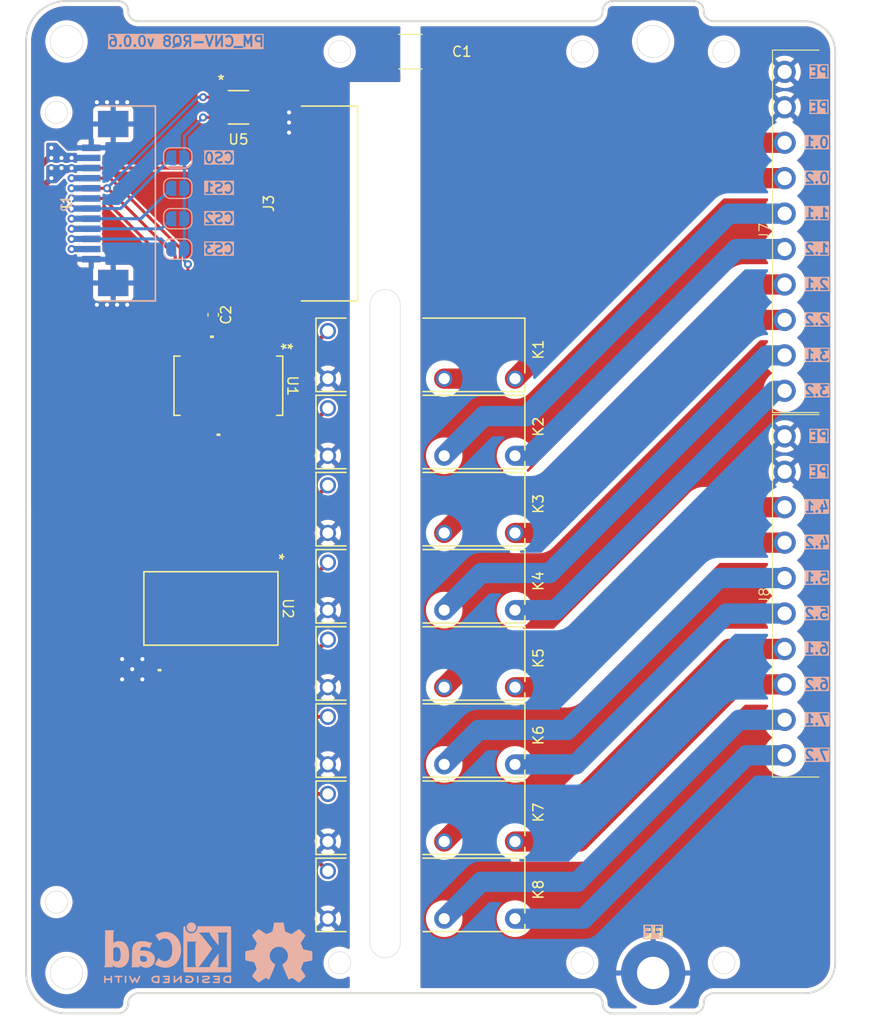
<source format=kicad_pcb>
(kicad_pcb (version 20241229) (generator "pcbnew") (generator_version "9.0")
  (title_block (title "${article} v${version}"))
  (layers (0 "F.Cu" signal) (2 "B.Cu" signal) (13 "F.Paste" user) (15 "B.Paste" user) (5 "F.SilkS" user "F.Silkscreen") (7 "B.SilkS" user "B.Silkscreen") (1 "F.Mask" user) (3 "B.Mask" user) (25 "Edge.Cuts" user))
  (property "article" "PM_CNV-RQ8")
  (property "version" "0.0.6")
  (net 0 "")
  (net 1 "/K7")
  (net 2 "/K3")
  (net 3 "/K5")
  (net 4 "/K6")
  (net 5 "/K8")
  (net 6 "/K4")
  (net 7 "/K1")
  (net 8 "/K2")
  (net 9 "PE")
  (net 10 "/MISO")
  (net 11 "/K8_exp")
  (net 12 "/K4_exp")
  (net 13 "/K7_exp")
  (net 14 "/K1_exp")
  (net 15 "/K6_exp")
  (net 16 "/K2_exp")
  (net 17 "/K3_exp")
  (net 18 "/K5_exp")
  (net 19 "/CS")
  (net 20 "/K8_led")
  (net 21 "/K7_led")
  (net 22 "/K5_led")
  (net 23 "/K1_led")
  (net 24 "/K6_led")
  (net 25 "/K4_led")
  (net 26 "/K2_led")
  (net 27 "/K3_led")
  (net 28 "/CS3")
  (net 29 "/CS0")
  (net 30 "/CS2")
  (net 31 "/CS1")
  (net 32 "Net-(J7-Pin_8)")
  (net 33 "Net-(J7-Pin_4)")
  (net 34 "Net-(J7-Pin_2)")
  (net 35 "Net-(J7-Pin_7)")
  (net 36 "Net-(J7-Pin_1)")
  (net 37 "Net-(J7-Pin_3)")
  (net 38 "Net-(J7-Pin_5)")
  (net 39 "Net-(J7-Pin_6)")
  (net 40 "Net-(J8-Pin_1)")
  (net 41 "Net-(J8-Pin_5)")
  (net 42 "Net-(J8-Pin_3)")
  (net 43 "Net-(J8-Pin_6)")
  (net 44 "Net-(J8-Pin_7)")
  (net 45 "Net-(J8-Pin_4)")
  (net 46 "Net-(J8-Pin_2)")
  (net 47 "Net-(J8-Pin_8)")
  (net 50 "/SCK")
  (net 51 "/MOSI")
  (net 52 "+5V_MCU")
  (net 53 "/INT")
  (net 54 "GND_MCU")
  (net 55 "/CS_LED")
  (net 56 "/MISO_LED")
  (net 57 "+3.3V_MCU")
  (footprint "kicad_inventree_lib:G5NB-1A-E_DC12_RELAY_G5NB-1A_DC5_OMR" (layer "F.Cu") (at 83.04 105.76 90)
    (property "Reference" "K4")
    (property "Value" "G5NB-1A-E-DC5")
  )
  (footprint "kicad_inventree_lib:SOP18-P-375-1p27_TOS-M" (layer "F.Cu") (at 53.175 110.3 -90)
    (property "Reference" "U2")
    (property "Value" "TBD62783AFG")
  )
  (footprint "kicad_inventree_lib:G5NB-1A-E_DC12_RELAY_G5NB-1A_DC5_OMR" (layer "F.Cu") (at 83.04 113.38 90)
    (property "Reference" "K5")
    (property "Value" "G5NB-1A-E-DC5")
  )
  (footprint "kicad_inventree_lib:PM-ESP32C3_v0.0.5" (layer "F.Cu") (at 34.9 100.3)
    (property "Reference" "U4" (hide yes))
    (property "Value" "~" (hide yes))
    (fp_circle (center 3 -39) (end 4.1 -39) (stroke (width 0.05)) (fill no) (layer "Edge.Cuts"))
    (fp_circle (center 3 39) (end 4.1 39) (stroke (width 0.05)) (fill no) (layer "Edge.Cuts"))
    (fp_circle (center 31 -45) (end 32.1 -45) (stroke (width 0.05)) (fill no) (layer "Edge.Cuts"))
    (fp_circle (center 31 45) (end 32.1 45) (stroke (width 0.05)) (fill no) (layer "Edge.Cuts"))
  )
  (footprint "kicad_inventree_lib:G5NB-1A-E_DC12_RELAY_G5NB-1A_DC5_OMR" (layer "F.Cu") (at 83.04 121 90)
    (property "Reference" "K6")
    (property "Value" "G5NB-1A-E-DC5")
  )
  (footprint "kicad_inventree_lib:G5NB-1A-E_DC12_RELAY_G5NB-1A_DC5_OMR" (layer "F.Cu") (at 83.04 136.24 90)
    (property "Reference" "K8")
    (property "Value" "G5NB-1A-E-DC5")
  )
  (footprint "kicad_inventree_lib:G5NB-1A-E_DC12_RELAY_G5NB-1A_DC5_OMR" (layer "F.Cu") (at 83.04 82.9 90)
    (property "Reference" "K1")
    (property "Value" "G5NB-1A-E-DC5")
  )
  (footprint "kicad_inventree_lib:PM_LED-xx-v0.0.1" (layer "F.Cu") (at 99.9 100.3)
    (property "Reference" "U3" (hide yes))
    (property "Value" "PM-LED8_v0.0.2")
    (fp_circle (center -10 -45) (end -8.9 -45) (stroke (width 0.05)) (fill no) (layer "Edge.Cuts"))
    (fp_circle (center -10 45) (end -8.9 45) (stroke (width 0.05)) (fill no) (layer "Edge.Cuts"))
    (fp_circle (center 4 -45) (end 5.1 -45) (stroke (width 0.05)) (fill no) (layer "Edge.Cuts"))
    (fp_circle (center 4 45) (end 5.1 45) (stroke (width 0.05)) (fill no) (layer "Edge.Cuts"))
  )
  (footprint "kicad_inventree_lib:MountingHole_M3" (layer "F.Cu") (at 38.9 54.3)
    (property "Reference" "H2" (hide yes))
    (property "Value" "MountingHole_M3")
    (fp_circle (center 0 0) (end 1.6 0) (stroke (width 0.05)) (fill no) (layer "Edge.Cuts"))
  )
  (footprint "kicad_inventree_lib:15EDGRC-3.5-10P" (layer "F.Cu") (at 109.9 124.8 90)
    (property "Reference" "J8")
    (property "Value" "15EDGRC-3.5-10P")
  )
  (footprint "kicad_inventree_lib:G5NB-1A-E_DC12_RELAY_G5NB-1A_DC5_OMR" (layer "F.Cu") (at 83.04 128.62 90)
    (property "Reference" "K7")
    (property "Value" "G5NB-1A-E-DC5")
  )
  (footprint "kicad_inventree_lib:DBV6-M" (layer "F.Cu") (at 55.9 60.8)
    (property "Reference" "U5")
    (property "Value" "SN74LVC2G14DBVR")
  )
  (footprint "kicad_inventree_lib:MountingHole_M3" (layer "F.Cu") (at 96.9 54.3)
    (property "Reference" "H1" (hide yes))
    (property "Value" "MountingHole_M3")
    (fp_circle (center 0 0) (end 1.6 0) (stroke (width 0.05)) (fill no) (layer "Edge.Cuts"))
  )
  (footprint "Capacitor_SMD:C_0603_1608Metric" (layer "F.Cu") (at 53.4 81.3 90)
    (property "Reference" "C2")
    (property "Value" "100nF")
  )
  (footprint "kicad_inventree_lib:MountingHole_M3" (layer "F.Cu") (at 38.9 146.3)
    (property "Reference" "H3" (hide yes))
    (property "Value" "MountingHole_M3")
    (fp_circle (center 0 0) (end 1.6 0) (stroke (width 0.05)) (fill no) (layer "Edge.Cuts"))
  )
  (footprint "kicad_inventree_lib:PE" (layer "F.Cu") (at 96.9 146.3)
    (property "Reference" "PE1" (hide yes))
    (property "Value" "PE")
  )
  (footprint "kicad_inventree_lib:CONN10_AFA07-S12_JUS" (layer "F.Cu") (at 44.9 70.3 90)
    (property "Reference" "J1")
    (property "Value" "AFA07-S12FCC-00")
  )
  (footprint "kicad_inventree_lib:G5NB-1A-E_DC12_RELAY_G5NB-1A_DC5_OMR" (layer "F.Cu") (at 83.04 98.14 90)
    (property "Reference" "K3")
    (property "Value" "G5NB-1A-E-DC5")
  )
  (footprint "kicad_inventree_lib:SSOP28_MC_MCH" (layer "F.Cu") (at 54.9 88.3 -90)
    (property "Reference" "U1")
    (property "Value" "MCP23S17_SS")
  )
  (footprint "kicad_inventree_lib:G5NB-1A-E_DC12_RELAY_G5NB-1A_DC5_OMR" (layer "F.Cu") (at 83.04 90.52 90)
    (property "Reference" "K2")
    (property "Value" "G5NB-1A-E-DC5")
  )
  (footprint "Capacitor_SMD:C_1812_4532Metric_Pad1.57x3.40mm_HandSolder" (layer "F.Cu") (at 72.9 55.3 180)
    (property "Reference" "C1")
    (property "Value" "4.7nF 2kV")
  )
  (footprint "kicad_inventree_lib:CONN10_AFA07-S12_JUS" (layer "F.Cu") (at 64.9 70.3 90)
    (property "Reference" "J3")
    (property "Value" "AFA07-S12FCC-00")
  )
  (footprint "kicad_inventree_lib:15EDGRC-3.5-10P" (layer "F.Cu") (at 109.9 88.8 90)
    (property "Reference" "J7")
    (property "Value" "15EDGRC-3.5-10P")
  )
  (footprint "Jumper:SolderJumper-2_P1.3mm_Open_RoundedPad1.0x1.5mm" (layer "B.Cu") (at 49.9 71.8)
    (property "Reference" "JP3" (hide yes))
    (property "Value" "SolderJumper_2_Open")
  )
  (footprint "kicad_inventree_lib:CONN10_AFA07-S12_JUS" (layer "B.Cu") (at 44.9 70.3 -90)
    (property "Reference" "J2")
    (property "Value" "AFA07-S12FCC-00")
  )
  (footprint "Jumper:SolderJumper-2_P1.3mm_Open_RoundedPad1.0x1.5mm" (layer "B.Cu") (at 49.9 74.8)
    (property "Reference" "JP4" (hide yes))
    (property "Value" "SolderJumper_2_Open")
  )
  (footprint "Symbol:OSHW-Symbol_6.7x6mm_SilkScreen" (layer "B.Cu") (at 59.9 144.3 180)
    (property "Reference" "oshw_logo" (hide yes))
    (property "Value" "OSHW-Symbol_6.7x6mm_SilkScreen" (hide yes))
  )
  (footprint "Jumper:SolderJumper-2_P1.3mm_Open_RoundedPad1.0x1.5mm" (layer "B.Cu") (at 49.9 68.8)
    (property "Reference" "JP2" (hide yes))
    (property "Value" "SolderJumper_2_Open")
  )
  (footprint "Symbol:KiCad-Logo2_5mm_SilkScreen" (layer "B.Cu") (at 48.9 144.3 180)
    (property "Reference" "kicad_logo" (hide yes))
    (property "Value" "KiCad-Logo2_5mm_SilkScreen" (hide yes))
  )
  (footprint "Jumper:SolderJumper-2_P1.3mm_Open_RoundedPad1.0x1.5mm" (layer "B.Cu") (at 49.9 65.8)
    (property "Reference" "JP1" (hide yes))
    (property "Value" "SolderJumper_2_Open")
  )
  (gr_arc (start 34.9 54.3) (mid 36.071573 51.471573) (end 38.9 50.3) (stroke (width 0.2)) (layer "Edge.Cuts"))
  (gr_line (start 102.9 148.3) (end 111.9 148.3) (stroke (width 0.2)) (layer "Edge.Cuts"))
  (gr_arc (start 101.9 149.3) (mid 102.192893 148.592893) (end 102.9 148.3) (stroke (width 0.2)) (layer "Edge.Cuts"))
  (gr_line (start 92.9 150.3) (end 100.9 150.3) (stroke (width 0.2)) (layer "Edge.Cuts"))
  (gr_arc (start 92.9 150.3) (mid 92.192893 150.007107) (end 91.9 149.3) (stroke (width 0.2)) (layer "Edge.Cuts"))
  (gr_line (start 71.9 143.3) (end 71.9 80.3) (stroke (width 0.05)) (layer "Edge.Cuts"))
  (gr_arc (start 100.9 50.3) (mid 101.607107 50.592893) (end 101.9 51.3) (stroke (width 0.2)) (layer "Edge.Cuts"))
  (gr_arc (start 38.9 150.3) (mid 36.071573 149.128427) (end 34.9 146.3) (stroke (width 0.2)) (layer "Edge.Cuts"))
  (gr_line (start 114.9 55.3) (end 114.9 145.3) (stroke (width 0.2)) (layer "Edge.Cuts"))
  (gr_arc (start 45 149.3) (mid 45.292893 148.592893) (end 46 148.3) (stroke (width 0.2)) (layer "Edge.Cuts"))
  (gr_line (start 38.9 50.3) (end 44 50.3) (stroke (width 0.2)) (layer "Edge.Cuts"))
  (gr_arc (start 90.9 148.3) (mid 91.607107 148.592893) (end 91.9 149.3) (stroke (width 0.2)) (layer "Edge.Cuts"))
  (gr_arc (start 45 149.3) (mid 44.707107 150.007107) (end 44 150.3) (stroke (width 0.2)) (layer "Edge.Cuts"))
  (gr_arc (start 68.9 80.3) (mid 70.4 78.8) (end 71.9 80.3) (stroke (width 0.05)) (layer "Edge.Cuts"))
  (gr_arc (start 71.9 143.3) (mid 70.4 144.8) (end 68.9 143.3) (stroke (width 0.05)) (layer "Edge.Cuts"))
  (gr_arc (start 46 52.3) (mid 45.292893 52.007107) (end 45 51.3) (stroke (width 0.2)) (layer "Edge.Cuts"))
  (gr_line (start 38.9 150.3) (end 44 150.3) (stroke (width 0.2)) (layer "Edge.Cuts"))
  (gr_arc (start 91.9 51.3) (mid 91.607107 52.007107) (end 90.9 52.3) (stroke (width 0.2)) (layer "Edge.Cuts"))
  (gr_line (start 90.9 148.3) (end 46 148.3) (stroke (width 0.2)) (layer "Edge.Cuts"))
  (gr_arc (start 111.9 52.3) (mid 114.02132 53.17868) (end 114.9 55.3) (stroke (width 0.2)) (layer "Edge.Cuts"))
  (gr_line (start 100.9 50.3) (end 92.9 50.3) (stroke (width 0.2)) (layer "Edge.Cuts"))
  (gr_arc (start 114.9 145.3) (mid 114.02132 147.42132) (end 111.9 148.3) (stroke (width 0.2)) (layer "Edge.Cuts"))
  (gr_arc (start 101.9 149.3) (mid 101.607107 150.007107) (end 100.9 150.3) (stroke (width 0.2)) (layer "Edge.Cuts"))
  (gr_line (start 34.9 54.3) (end 34.9 146.3) (stroke (width 0.2)) (layer "Edge.Cuts"))
  (gr_line (start 111.9 52.3) (end 102.9 52.3) (stroke (width 0.2)) (layer "Edge.Cuts"))
  (gr_line (start 46 52.3) (end 90.9 52.3) (stroke (width 0.2)) (layer "Edge.Cuts"))
  (gr_arc (start 44 50.3) (mid 44.707107 50.592893) (end 45 51.3) (stroke (width 0.2)) (layer "Edge.Cuts"))
  (gr_line (start 68.9 80.3) (end 68.9 143.3) (stroke (width 0.05)) (layer "Edge.Cuts"))
  (gr_arc (start 91.9 51.3) (mid 92.192893 50.592893) (end 92.9 50.3) (stroke (width 0.2)) (layer "Edge.Cuts"))
  (gr_arc (start 102.9 52.3) (mid 102.192893 52.007107) (end 101.9 51.3) (stroke (width 0.2)) (layer "Edge.Cuts"))
  (gr_text "PE" (at 96.9 142.3 0) (layer "F.SilkS" knockout) (effects (font (size 1 1) (thickness 0.2) (bold yes))))
  (gr_text "PE" (at 114.4 60.8 0) (layer "B.SilkS" knockout) (effects (font (size 1 1) (thickness 0.2) (bold yes)) (justify left mirror)))
  (gr_text "PE" (at 114.4 96.8 0) (layer "B.SilkS" knockout) (effects (font (size 1 1) (thickness 0.2) (bold yes)) (justify left mirror)))
  (gr_text "0.2" (at 114.4 67.8 0) (layer "B.SilkS" knockout) (effects (font (size 1 1) (thickness 0.2) (bold yes)) (justify left mirror)))
  (gr_text "7.2" (at 114.4 124.8 0) (layer "B.SilkS" knockout) (effects (font (size 1 1) (thickness 0.2) (bold yes)) (justify left mirror)))
  (gr_text "2.2" (at 114.4 81.8 0) (layer "B.SilkS" knockout) (effects (font (size 1 1) (thickness 0.2) (bold yes)) (justify left mirror)))
  (gr_text "${article} v${version}" (at 42.9 54.3 0) (layer "B.SilkS" knockout) (effects (font (size 1 1) (thickness 0.2) (bold yes)) (justify right mirror)))
  (gr_text "1.1" (at 114.4 71.3 0) (layer "B.SilkS" knockout) (effects (font (size 1 1) (thickness 0.2) (bold yes)) (justify left mirror)))
  (gr_text "CS0" (at 52.4 65.8 0) (layer "B.SilkS" knockout) (effects (font (size 1 1) (thickness 0.2) (bold yes)) (justify right mirror)))
  (gr_text "CS2" (at 52.4 71.8 0) (layer "B.SilkS" knockout) (effects (font (size 1 1) (thickness 0.2) (bold yes)) (justify right mirror)))
  (gr_text "2.1" (at 114.4 78.3 0) (layer "B.SilkS" knockout) (effects (font (size 1 1) (thickness 0.2) (bold yes)) (justify left mirror)))
  (gr_text "7.1" (at 114.4 121.3 0) (layer "B.SilkS" knockout) (effects (font (size 1 1) (thickness 0.2) (bold yes)) (justify left mirror)))
  (gr_text "0.1" (at 114.4 64.3 0) (layer "B.SilkS" knockout) (effects (font (size 1 1) (thickness 0.2) (bold yes)) (justify left mirror)))
  (gr_text "4.1" (at 114.4 100.3 0) (layer "B.SilkS" knockout) (effects (font (size 1 1) (thickness 0.2) (bold yes)) (justify left mirror)))
  (gr_text "PE" (at 114.4 57.3 0) (layer "B.SilkS" knockout) (effects (font (size 1 1) (thickness 0.2) (bold yes)) (justify left mirror)))
  (gr_text "4.2" (at 114.4 103.8 0) (layer "B.SilkS" knockout) (effects (font (size 1 1) (thickness 0.2) (bold yes)) (justify left mirror)))
  (gr_text "6.1" (at 114.4 114.3 0) (layer "B.SilkS" knockout) (effects (font (size 1 1) (thickness 0.2) (bold yes)) (justify left mirror)))
  (gr_text "PE" (at 114.4 93.3 0) (layer "B.SilkS" knockout) (effects (font (size 1 1) (thickness 0.2) (bold yes)) (justify left mirror)))
  (gr_text "PE" (at 96.9 142.3 -0) (layer "B.SilkS" knockout) (effects (font (size 1 1) (thickness 0.2) (bold yes)) (justify mirror)))
  (gr_text "5.1" (at 114.4 107.3 0) (layer "B.SilkS" knockout) (effects (font (size 1 1) (thickness 0.2) (bold yes)) (justify left mirror)))
  (gr_text "3.1" (at 114.4 85.3 0) (layer "B.SilkS" knockout) (effects (font (size 1 1) (thickness 0.2) (bold yes)) (justify left mirror)))
  (gr_text "6.2" (at 114.4 117.8 0) (layer "B.SilkS" knockout) (effects (font (size 1 1) (thickness 0.2) (bold yes)) (justify left mirror)))
  (gr_text "1.2" (at 114.4 74.8 0) (layer "B.SilkS" knockout) (effects (font (size 1 1) (thickness 0.2) (bold yes)) (justify left mirror)))
  (gr_text "CS3" (at 52.4 74.8 0) (layer "B.SilkS" knockout) (effects (font (size 1 1) (thickness 0.2) (bold yes)) (justify right mirror)))
  (gr_text "5.2" (at 114.4 110.8 0) (layer "B.SilkS" knockout) (effects (font (size 1 1) (thickness 0.2) (bold yes)) (justify left mirror)))
  (gr_text "3.2" (at 114.4 88.8 0) (layer "B.SilkS" knockout) (effects (font (size 1 1) (thickness 0.2) (bold yes)) (justify left mirror)))
  (gr_text "CS1" (at 52.4 68.8 0) (layer "B.SilkS" knockout) (effects (font (size 1 1) (thickness 0.2) (bold yes)) (justify right mirror)))
  (segment (start 50.635 115.150798) (end 50.635 115.783398) (width 0.4) (layer "F.Cu") (net 1))
  (segment (start 50.635 115.783398) (end 63.471602 128.62) (width 0.4) (layer "F.Cu") (net 1))
  (segment (start 63.471602 128.62) (end 64.74 128.62) (width 0.4) (layer "F.Cu") (net 1))
  (segment (start 62.102 114.318116) (end 62.102 100.778) (width 0.4) (layer "F.Cu") (net 2))
  (segment (start 57.332602 117.401) (end 59.019116 117.401) (width 0.4) (layer "F.Cu") (net 2))
  (segment (start 55.715 115.150798) (end 55.715 115.783398) (width 0.4) (layer "F.Cu") (net 2))
  (segment (start 55.715 115.783398) (end 57.332602 117.401) (width 0.4) (layer "F.Cu") (net 2))
  (segment (start 62.102 100.778) (end 64.74 98.14) (width 0.4) (layer "F.Cu") (net 2))
  (segment (start 59.019116 117.401) (end 62.102 114.318116) (width 0.4) (layer "F.Cu") (net 2))
  (segment (start 53.175 115.783398) (end 55.994602 118.603) (width 0.4) (layer "F.Cu") (net 3))
  (segment (start 53.175 115.150798) (end 53.175 115.783398) (width 0.4) (layer "F.Cu") (net 3))
  (segment (start 59.517 118.603) (end 64.74 113.38) (width 0.4) (layer "F.Cu") (net 3))
  (segment (start 55.994602 118.603) (end 59.517 118.603) (width 0.4) (layer "F.Cu") (net 3))
  (segment (start 57.121602 121) (end 64.74 121) (width 0.4) (layer "F.Cu") (net 4))
  (segment (start 51.905 115.150798) (end 51.905 115.783398) (width 0.4) (layer "F.Cu") (net 4))
  (segment (start 51.905 115.783398) (end 57.121602 121) (width 0.4) (layer "F.Cu") (net 4))
  (segment (start 49.365 115.150798) (end 49.365 120.865) (width 0.4) (layer "F.Cu") (net 5))
  (segment (start 49.365 120.865) (end 64.74 136.24) (width 0.4) (layer "F.Cu") (net 5))
  (segment (start 59.268058 118.002) (end 62.703 114.567058) (width 0.4) (layer "F.Cu") (net 6))
  (segment (start 54.445 115.150798) (end 54.445 115.783398) (width 0.4) (layer "F.Cu") (net 6))
  (segment (start 62.703 107.797) (end 64.74 105.76) (width 0.4) (layer "F.Cu") (net 6))
  (segment (start 56.663602 118.002) (end 59.268058 118.002) (width 0.4) (layer "F.Cu") (net 6))
  (segment (start 54.445 115.783398) (end 56.663602 118.002) (width 0.4) (layer "F.Cu") (net 6))
  (segment (start 62.703 114.567058) (end 62.703 107.797) (width 0.4) (layer "F.Cu") (net 6))
  (segment (start 60.9 86.74) (end 64.74 82.9) (width 0.4) (layer "F.Cu") (net 7))
  (segment (start 59.569434 115.150798) (end 60.9 113.820232) (width 0.4) (layer "F.Cu") (net 7))
  (segment (start 60.9 113.820232) (end 60.9 86.74) (width 0.4) (layer "F.Cu") (net 7))
  (segment (start 58.255 115.150798) (end 59.569434 115.150798) (width 0.4) (layer "F.Cu") (net 7))
  (segment (start 58.001602 116.8) (end 58.770174 116.8) (width 0.4) (layer "F.Cu") (net 8))
  (segment (start 61.501 93.759) (end 64.74 90.52) (width 0.4) (layer "F.Cu") (net 8))
  (segment (start 61.501 114.069174) (end 61.501 93.759) (width 0.4) (layer "F.Cu") (net 8))
  (segment (start 58.770174 116.8) (end 61.501 114.069174) (width 0.4) (layer "F.Cu") (net 8))
  (segment (start 56.985 115.150798) (end 56.985 115.783398) (width 0.4) (layer "F.Cu") (net 8))
  (segment (start 56.985 115.783398) (end 58.001602 116.8) (width 0.4) (layer "F.Cu") (net 8))
  (segment (start 54.383151 59.8) (end 54.43315 59.849999) (width 0.3) (layer "F.Cu") (net 10))
  (segment (start 41.343997 68.8) (end 41.344 68.800003) (width 0.6) (layer "F.Cu") (net 10))
  (segment (start 42.97285 68.8) (end 49.648 75.47515) (width 0.3) (layer "F.Cu") (net 10))
  (segment (start 49.648 83.645197) (end 50.675002 84.672199) (width 0.3) (layer "F.Cu") (net 10))
  (segment (start 49.648 75.47515) (end 49.648 83.645197) (width 0.3) (layer "F.Cu") (net 10))
  (segment (start 52.4 59.8) (end 54.383151 59.8) (width 0.3) (layer "F.Cu") (net 10))
  (segment (start 39.4 68.8) (end 41.343997 68.8) (width 0.6) (layer "F.Cu") (net 10))
  (segment (start 41.344 68.8) (end 42.9 68.8) (width 0.3) (layer "F.Cu") (net 10))
  (segment (start 42.9 68.8) (end 42.97285 68.8) (width 0.3) (layer "F.Cu") (net 10))
  (via (at 52.4 59.8) (size 0.8) (drill 0.4) (layers "F.Cu" "B.Cu") (net 10))
  (via (at 42.9 68.8) (size 0.8) (drill 0.4) (layers "F.Cu" "B.Cu") (net 10))
  (via (at 39.4 68.8) (size 0.8) (drill 0.4) (layers "F.Cu" "B.Cu") (net 10))
  (segment (start 51.9 59.8) (end 52.4 59.8) (width 0.3) (layer "B.Cu") (net 10))
  (segment (start 39.4 68.8) (end 41.343997 68.8) (width 0.6) (layer "B.Cu") (net 10))
  (segment (start 42.9 68.8) (end 51.9 59.8) (width 0.3) (layer "B.Cu") (net 10))
  (segment (start 39.400003 68.800003) (end 39.4 68.8) (width 0.3) (layer "B.Cu") (net 10))
  (segment (start 41.343997 68.8) (end 41.344 68.800003) (width 0.6) (layer "B.Cu") (net 10))
  (segment (start 49.365 101.835) (end 54.574999 96.625001) (width 0.3) (layer "F.Cu") (net 11))
  (segment (start 54.574999 96.625001) (end 54.574999 91.927801) (width 0.3) (layer "F.Cu") (net 11))
  (segment (start 49.365 105.449202) (end 49.365 101.835) (width 0.3) (layer "F.Cu") (net 11))
  (segment (start 54.445 105.449202) (end 54.445 100.755) (width 0.3) (layer "F.Cu") (net 12))
  (segment (start 54.445 100.755) (end 57.174999 98.025001) (width 0.3) (layer "F.Cu") (net 12))
  (segment (start 57.174999 98.025001) (end 57.174999 91.927801) (width 0.3) (layer "F.Cu") (net 12))
  (segment (start 55.225001 96.974999) (end 55.225001 91.927801) (width 0.3) (layer "F.Cu") (net 13))
  (segment (start 50.635 105.449202) (end 50.635 101.565) (width 0.3) (layer "F.Cu") (net 13))
  (segment (start 50.635 101.565) (end 55.225001 96.974999) (width 0.3) (layer "F.Cu") (net 13))
  (segment (start 59.125 99.075) (end 59.125 91.927801) (width 0.3) (layer "F.Cu") (net 14))
  (segment (start 58.255 99.945) (end 59.125 99.075) (width 0.3) (layer "F.Cu") (net 14))
  (segment (start 58.255 105.449202) (end 58.255 99.945) (width 0.3) (layer "F.Cu") (net 14))
  (segment (start 51.905 101.295) (end 55.874999 97.325001) (width 0.3) (layer "F.Cu") (net 15))
  (segment (start 55.874999 97.325001) (end 55.874999 91.927801) (width 0.3) (layer "F.Cu") (net 15))
  (segment (start 51.905 105.449202) (end 51.905 101.295) (width 0.3) (layer "F.Cu") (net 15))
  (segment (start 56.985 100.215) (end 58.474999 98.725001) (width 0.3) (layer "F.Cu") (net 16))
  (segment (start 56.985 105.449202) (end 56.985 100.215) (width 0.3) (layer "F.Cu") (net 16))
  (segment (start 58.474999 98.725001) (end 58.474999 91.927801) (width 0.3) (layer "F.Cu") (net 16))
  (segment (start 57.825 98.375) (end 57.825 91.927801) (width 0.3) (layer "F.Cu") (net 17))
  (segment (start 55.715 105.449202) (end 55.715 100.485) (width 0.3) (layer "F.Cu") (net 17))
  (segment (start 55.715 100.485) (end 57.825 98.375) (width 0.3) (layer "F.Cu") (net 17))
  (segment (start 53.175 105.449202) (end 53.175 101.025) (width 0.3) (layer "F.Cu") (net 18))
  (segment (start 56.525001 97.674999) (end 56.525001 91.927801) (width 0.3) (layer "F.Cu") (net 18))
  (segment (start 53.175 101.025) (end 56.525001 97.674999) (width 0.3) (layer "F.Cu") (net 18))
  (segment (start 50.9 76.3) (end 50.9 81.819398) (width 0.3) (layer "F.Cu") (net 19))
  (segment (start 52.625001 84.672199) (end 52.625001 83.544399) (width 0.3) (layer "F.Cu") (net 19))
  (segment (start 52.625 84.672) (end 52.625 84.6722) (width 0.2) (layer "F.Cu") (net 19))
  (segment (start 50.9 81.819398) (end 52.625001 83.544399) (width 0.3) (layer "F.Cu") (net 19))
  (segment (start 54.383151 61.8) (end 54.43315 61.750001) (width 0.3) (layer "F.Cu") (net 19))
  (segment (start 52.4 61.8) (end 54.383151 61.8) (width 0.3) (layer "F.Cu") (net 19))
  (via (at 50.9 76.3) (size 0.8) (drill 0.4) (layers "F.Cu" "B.Cu") (net 19))
  (via (at 52.4 61.8) (size 0.8) (drill 0.4) (layers "F.Cu" "B.Cu") (net 19))
  (segment (start 50.55 63.65) (end 52.4 61.8) (width 0.3) (layer "B.Cu") (net 19))
  (segment (start 50.55 75.95) (end 50.9 76.3) (width 0.3) (layer "B.Cu") (net 19))
  (segment (start 50.55 68.8) (end 50.55 71.8) (width 0.3) (layer "B.Cu") (net 19))
  (segment (start 50.55 74.8) (end 50.55 75.95) (width 0.3) (layer "B.Cu") (net 19))
  (segment (start 50.55 71.8) (end 50.55 74.8) (width 0.3) (layer "B.Cu") (net 19))
  (segment (start 50.55 65.8) (end 50.55 63.65) (width 0.3) (layer "B.Cu") (net 19))
  (segment (start 50.55 65.8) (end 50.55 68.8) (width 0.3) (layer "B.Cu") (net 19))
  (segment (start 59.9114 72.799998) (end 61.344 72.799998) (width 0.3) (layer "F.Cu") (net 20))
  (segment (start 59.125 73.586398) (end 59.9114 72.799998) (width 0.3) (layer "F.Cu") (net 20))
  (segment (start 59.125 84.672199) (end 59.125 73.586398) (width 0.3) (layer "F.Cu") (net 20))
  (segment (start 58.474999 73.225001) (end 59.9 71.8) (width 0.3) (layer "F.Cu") (net 21))
  (segment (start 59.9 71.8) (end 61.344 71.8) (width 0.3) (layer "F.Cu") (net 21))
  (segment (start 58.474999 84.672199) (end 58.474999 73.225001) (width 0.3) (layer "F.Cu") (net 21))
  (segment (start 59.9 69.8) (end 61.344 69.8) (width 0.3) (layer "F.Cu") (net 22))
  (segment (start 57.174999 72.525001) (end 59.9 69.8) (width 0.3) (layer "F.Cu") (net 22))
  (segment (start 57.174999 84.672199) (end 57.174999 72.525001) (width 0.3) (layer "F.Cu") (net 22))
  (segment (start 54.575002 71.124998) (end 59.899994 65.800006) (width 0.3) (layer "F.Cu") (net 23))
  (segment (start 59.899994 65.800006) (end 61.344 65.800006) (width 0.3) (layer "F.Cu") (net 23))
  (segment (start 54.575002 84.672199) (end 54.575002 71.124998) (width 0.3) (layer "F.Cu") (net 23))
  (segment (start 57.825 84.672199) (end 57.825 72.875) (width 0.3) (layer "F.Cu") (net 24))
  (segment (start 57.825 72.875) (end 59.9 70.8) (width 0.3) (layer "F.Cu") (net 24))
  (segment (start 59.9 70.8) (end 61.344 70.8) (width 0.3) (layer "F.Cu") (net 24))
  (segment (start 56.525001 72.174999) (end 59.9 68.8) (width 0.3) (layer "F.Cu") (net 25))
  (segment (start 59.9 68.8) (end 61.344 68.8) (width 0.3) (layer "F.Cu") (net 25))
  (segment (start 56.525001 84.672199) (end 56.525001 72.174999) (width 0.3) (layer "F.Cu") (net 25))
  (segment (start 55.225001 71.474999) (end 59.899996 66.800004) (width 0.3) (layer "F.Cu") (net 26))
  (segment (start 55.225001 84.672199) (end 55.225001 71.474999) (width 0.3) (layer "F.Cu") (net 26))
  (segment (start 59.899996 66.800004) (end 61.344 66.800004) (width 0.3) (layer "F.Cu") (net 26))
  (segment (start 55.874999 71.825001) (end 59.899998 67.800002) (width 0.3) (layer "F.Cu") (net 27))
  (segment (start 55.874999 84.672199) (end 55.874999 71.825001) (width 0.3) (layer "F.Cu") (net 27))
  (segment (start 59.899998 67.800002) (end 61.344 67.800002) (width 0.3) (layer "F.Cu") (net 27))
  (segment (start 41.343993 73.8) (end 41.344 73.799993) (width 0.6) (layer "F.Cu") (net 28))
  (segment (start 39.4 73.8) (end 41.343993 73.8) (width 0.6) (layer "F.Cu") (net 28))
  (via (at 39.4 73.8) (size 0.8) (drill 0.4) (layers "F.Cu" "B.Cu") (net 28))
  (segment (start 41.344 73.799993) (end 41.344007 73.8) (width 0.2) (layer "B.Cu") (net 28))
  (segment (start 48.249996 73.799996) (end 41.344 73.799996) (width 0.3) (layer "B.Cu") (net 28))
  (segment (start 39.4 73.8) (end 41.343993 73.8) (width 0.6) (layer "B.Cu") (net 28))
  (segment (start 39.400007 73.799993) (end 39.4 73.8) (width 0.3) (layer "B.Cu") (net 28))
  (segment (start 41.343993 73.8) (end 41.344 73.799993) (width 0.6) (layer "B.Cu") (net 28))
  (segment (start 49.25 74.8) (end 48.249996 73.799996) (width 0.3) (layer "B.Cu") (net 28))
  (segment (start 39.4 70.8) (end 41.344 70.799999) (width 0.6) (layer "F.Cu") (net 29))
  (via (at 39.4 70.8) (size 0.8) (drill 0.4) (layers "F.Cu" "B.Cu") (net 29))
  (segment (start 41.344 70.8) (end 44.25 70.8) (width 0.3) (layer "B.Cu") (net 29))
  (segment (start 39.4 70.8) (end 41.344 70.799999) (width 0.6) (layer "B.Cu") (net 29))
  (segment (start 41.343999 70.8) (end 41.344 70.799999) (width 0.2) (layer "B.Cu") (net 29))
  (segment (start 44.25 70.8) (end 49.25 65.8) (width 0.3) (layer "B.Cu") (net 29))
  (segment (start 39.4 72.8) (end 41.343995 72.8) (width 0.6) (layer "F.Cu") (net 30))
  (segment (start 41.343995 72.8) (end 41.344 72.799995) (width 0.6) (layer "F.Cu") (net 30))
  (via (at 39.4 72.8) (size 0.8) (drill 0.4) (layers "F.Cu" "B.Cu") (net 30))
  (segment (start 41.343995 72.8) (end 41.344 72.799995) (width 0.6) (layer "B.Cu") (net 30))
  (segment (start 39.4 72.8) (end 41.343995 72.8) (width 0.6) (layer "B.Cu") (net 30))
  (segment (start 49.25 71.8) (end 48.250002 72.799998) (width 0.3) (layer "B.Cu") (net 30))
  (segment (start 48.250002 72.799998) (end 41.344 72.799998) (width 0.3) (layer "B.Cu") (net 30))
  (segment (start 39.400005 72.799995) (end 39.4 72.8) (width 0.3) (layer "B.Cu") (net 30))
  (segment (start 41.344 72.799995) (end 41.344005 72.8) (width 0.2) (layer "B.Cu") (net 30))
  (segment (start 41.343997 71.8) (end 41.344 71.799997) (width 0.6) (layer "F.Cu") (net 31))
  (segment (start 39.4 71.8) (end 41.343997 71.8) (width 0.6) (layer "F.Cu") (net 31))
  (via (at 39.4 71.8) (size 0.8) (drill 0.4) (layers "F.Cu" "B.Cu") (net 31))
  (segment (start 41.343997 71.8) (end 41.344 71.799997) (width 0.6) (layer "B.Cu") (net 31))
  (segment (start 39.400003 71.799997) (end 39.4 71.8) (width 0.3) (layer "B.Cu") (net 31))
  (segment (start 49.25 68.8) (end 46.25 71.8) (width 0.3) (layer "B.Cu") (net 31))
  (segment (start 39.4 71.8) (end 41.343997 71.8) (width 0.6) (layer "B.Cu") (net 31))
  (segment (start 46.25 71.8) (end 41.344 71.8) (width 0.3) (layer "B.Cu") (net 31))
  (segment (start 101.4 64.3) (end 109.9 64.3) (width 2) (layer "F.Cu") (net 32))
  (segment (start 78.1 87.6) (end 101.4 64.3) (width 2) (layer "F.Cu") (net 32))
  (segment (start 76.24 87.6) (end 78.1 87.6) (width 2) (layer "F.Cu") (net 32))
  (segment (start 105.9 78.3) (end 109.9 78.3) (width 2) (layer "F.Cu") (net 33))
  (segment (start 76.24 102.84) (end 80.28 98.8) (width 2) (layer "F.Cu") (net 33))
  (segment (start 85.4 98.8) (end 105.9 78.3) (width 2) (layer "F.Cu") (net 33))
  (segment (start 80.28 98.8) (end 85.4 98.8) (width 2) (layer "F.Cu") (net 33))
  (segment (start 79.9 106.8) (end 86.65736 106.8) (width 2) (layer "B.Cu") (net 34))
  (segment (start 86.65736 106.8) (end 108.15736 85.3) (width 2) (layer "B.Cu") (net 34))
  (segment (start 108.15736 85.3) (end 109.9 85.3) (width 2) (layer "B.Cu") (net 34))
  (segment (start 76.24 110.46) (end 79.9 106.8) (width 2) (layer "B.Cu") (net 34))
  (segment (start 83.24 87.6) (end 103.04 67.8) (width 2) (layer "F.Cu") (net 35))
  (segment (start 103.04 67.8) (end 109.9 67.8) (width 2) (layer "F.Cu") (net 35))
  (segment (start 83.24 110.46) (end 87.24 110.46) (width 2) (layer "B.Cu") (net 36))
  (segment (start 108.9 88.8) (end 109.9 88.8) (width 2) (layer "B.Cu") (net 36))
  (segment (start 87.24 110.46) (end 108.9 88.8) (width 2) (layer "B.Cu") (net 36))
  (segment (start 106.64264 81.8) (end 109.9 81.8) (width 2) (layer "F.Cu") (net 37))
  (segment (start 83.24 102.84) (end 85.60264 102.84) (width 2) (layer "F.Cu") (net 37))
  (segment (start 85.60264 102.84) (end 106.64264 81.8) (width 2) (layer "F.Cu") (net 37))
  (segment (start 84.72264 95.22) (end 105.14264 74.8) (width 2) (layer "B.Cu") (net 38))
  (segment (start 105.14264 74.8) (end 109.9 74.8) (width 2) (layer "B.Cu") (net 38))
  (segment (start 83.24 95.22) (end 84.72264 95.22) (width 2) (layer "B.Cu") (net 38))
  (segment (start 76.24 95.22) (end 80.16 91.3) (width 2) (layer "B.Cu") (net 39))
  (segment (start 80.16 91.3) (end 84.4 91.3) (width 2) (layer "B.Cu") (net 39))
  (segment (start 84.4 91.3) (end 104.4 71.3) (width 2) (layer "B.Cu") (net 39))
  (segment (start 104.4 71.3) (end 109.9 71.3) (width 2) (layer "B.Cu") (net 39))
  (segment (start 106.14264 124.8) (end 109.9 124.8) (width 2) (layer "B.Cu") (net 40))
  (segment (start 83.24 140.94) (end 90.00264 140.94) (width 2) (layer "B.Cu") (net 40))
  (segment (start 90.00264 140.94) (end 106.14264 124.8) (width 2) (layer "B.Cu") (net 40))
  (segment (start 83.24 125.7) (end 89.24264 125.7) (width 2) (layer "B.Cu") (net 41))
  (segment (start 89.24264 125.7) (end 104.14264 110.8) (width 2) (layer "B.Cu") (net 41))
  (segment (start 104.14264 110.8) (end 109.9 110.8) (width 2) (layer "B.Cu") (net 41))
  (segment (start 89.62264 133.32) (end 105.14264 117.8) (width 2) (layer "F.Cu") (net 42))
  (segment (start 83.24 133.32) (end 89.62264 133.32) (width 2) (layer "F.Cu") (net 42))
  (segment (start 105.14264 117.8) (end 109.9 117.8) (width 2) (layer "F.Cu") (net 42))
  (segment (start 88.4 122.3) (end 103.4 107.3) (width 2) (layer "B.Cu") (net 43))
  (segment (start 76.24 125.7) (end 79.64 122.3) (width 2) (layer "B.Cu") (net 43))
  (segment (start 79.64 122.3) (end 88.4 122.3) (width 2) (layer "B.Cu") (net 43))
  (segment (start 103.4 107.3) (end 109.9 107.3) (width 2) (layer "B.Cu") (net 43))
  (segment (start 88.36264 118.08) (end 102.64264 103.8) (width 2) (layer "F.Cu") (net 44))
  (segment (start 102.64264 103.8) (end 109.9 103.8) (width 2) (layer "F.Cu") (net 44))
  (segment (start 83.24 118.08) (end 88.36264 118.08) (width 2) (layer "F.Cu") (net 44))
  (segment (start 88.9 129.8) (end 104.4 114.3) (width 2) (layer "F.Cu") (net 45))
  (segment (start 79.76 129.8) (end 88.9 129.8) (width 2) (layer "F.Cu") (net 45))
  (segment (start 104.4 114.3) (end 109.9 114.3) (width 2) (layer "F.Cu") (net 45))
  (segment (start 76.24 133.32) (end 79.76 129.8) (width 2) (layer "F.Cu") (net 45))
  (segment (start 89.4 137.3) (end 105.4 121.3) (width 2) (layer "B.Cu") (net 46))
  (segment (start 105.4 121.3) (end 109.9 121.3) (width 2) (layer "B.Cu") (net 46))
  (segment (start 76.24 140.94) (end 79.88 137.3) (width 2) (layer "B.Cu") (net 46))
  (segment (start 79.88 137.3) (end 89.4 137.3) (width 2) (layer "B.Cu") (net 46))
  (segment (start 80.02 114.3) (end 87.9 114.3) (width 2) (layer "F.Cu") (net 47))
  (segment (start 76.24 118.08) (end 80.02 114.3) (width 2) (layer "F.Cu") (net 47))
  (segment (start 87.9 114.3) (end 101.9 100.3) (width 2) (layer "F.Cu") (net 47))
  (segment (start 101.9 100.3) (end 109.9 100.3) (width 2) (layer "F.Cu") (net 47))
  (segment (start 42.5457 69.8) (end 49.147 76.4013) (width 0.3) (layer "F.Cu") (net 50))
  (segment (start 51.9 84.597197) (end 51.975002 84.672199) (width 0.2) (layer "F.Cu") (net 50))
  (segment (start 49.147 76.4013) (end 49.147 84.889897) (width 0.3) (layer "F.Cu") (net 50))
  (segment (start 49.147 84.889897) (end 50.108102 85.850999) (width 0.3) (layer "F.Cu") (net 50))
  (segment (start 51.975 84.672) (end 51.975 84.6722) (width 0.2) (layer "F.Cu") (net 50))
  (segment (start 51.924002 85.850999) (end 51.975002 85.799999) (width 0.3) (layer "F.Cu") (net 50))
  (segment (start 41.344 69.8) (end 42.5457 69.8) (width 0.3) (layer "F.Cu") (net 50))
  (segment (start 39.4 69.8) (end 41.344 69.800001) (width 0.6) (layer "F.Cu") (net 50))
  (segment (start 50.108102 85.850999) (end 51.924002 85.850999) (width 0.3) (layer "F.Cu") (net 50))
  (segment (start 51.975002 85.799999) (end 51.975002 84.672199) (width 0.3) (layer "F.Cu") (net 50))
  (via (at 39.4 69.8) (size 0.8) (drill 0.4) (layers "F.Cu" "B.Cu") (net 50))
  (segment (start 41.344 69.800001) (end 39.4 69.8) (width 0.6) (layer "B.Cu") (net 50))
  (segment (start 41.344 67.800002) (end 43.222851 67.800002) (width 0.3) (layer "F.Cu") (net 51))
  (segment (start 51.325001 83.725001) (end 51.325001 84.672199) (width 0.3) (layer "F.Cu") (net 51))
  (segment (start 50.149 74.726151) (end 50.149 82.549) (width 0.3) (layer "F.Cu") (net 51))
  (segment (start 39.4 67.8) (end 41.343995 67.8) (width 0.6) (layer "F.Cu") (net 51))
  (segment (start 50.149 82.549) (end 51.325001 83.725001) (width 0.3) (layer "F.Cu") (net 51))
  (segment (start 51.325 84.672) (end 51.325 84.6722) (width 0.2) (layer "F.Cu") (net 51))
  (segment (start 43.222851 67.800002) (end 50.149 74.726151) (width 0.3) (layer "F.Cu") (net 51))
  (segment (start 41.343995 67.8) (end 41.344 67.800005) (width 0.6) (layer "F.Cu") (net 51))
  (via (at 39.4 67.8) (size 0.8) (drill 0.4) (layers "F.Cu" "B.Cu") (net 51))
  (segment (start 41.344 67.800005) (end 39.400005 67.800005) (width 0.6) (layer "B.Cu") (net 51))
  (segment (start 39.400005 67.800005) (end 39.4 67.8) (width 0.6) (layer "B.Cu") (net 51))
  (segment (start 35.7 67.225793) (end 37.125793 65.8) (width 0.6) (layer "F.Cu") (net 52))
  (segment (start 48.095 105.449202) (end 40.849202 105.449202) (width 0.6) (layer "F.Cu") (net 52))
  (segment (start 35.7 87.3) (end 35.7 100.3) (width 0.6) (layer "F.Cu") (net 52))
  (segment (start 35.7 85.8) (end 35.7 87.3) (width 0.6) (layer "F.Cu") (net 52))
  (segment (start 40.849202 105.449202) (end 35.7 100.3) (width 0.6) (layer "F.Cu") (net 52))
  (segment (start 35.7 67.560482) (end 35.7 67.225793) (width 0.6) (layer "F.Cu") (net 52))
  (segment (start 37.125793 65.8) (end 37.4 65.8) (width 0.6) (layer "F.Cu") (net 52))
  (segment (start 35.7 67.560482) (end 35.7 85.8) (width 0.6) (layer "F.Cu") (net 52))
  (via (at 38.4 65.8) (size 0.8) (drill 0.4) (layers "F.Cu" "B.Cu") (net 52))
  (via (at 39.4 65.8) (size 0.8) (drill 0.4) (layers "F.Cu" "B.Cu") (net 52))
  (via (at 37.4 64.8) (size 0.8) (drill 0.4) (layers "F.Cu" "B.Cu") (net 52))
  (via (at 37.4 65.8) (size 0.8) (drill 0.4) (layers "F.Cu" "B.Cu") (net 52))
  (segment (start 39.400006 74.799994) (end 39.4 74.8) (width 0.6) (layer "F.Cu") (net 53))
  (segment (start 41.344 74.799994) (end 39.400006 74.799994) (width 0.6) (layer "F.Cu") (net 53))
  (via (at 39.4 74.8) (size 0.8) (drill 0.4) (layers "F.Cu" "B.Cu") (net 53))
  (segment (start 41.344 74.799994) (end 39.400006 74.799994) (width 0.6) (layer "B.Cu") (net 53))
  (segment (start 39.400006 74.799994) (end 39.4 74.8) (width 0.6) (layer "B.Cu") (net 53))
  (segment (start 51.325 91.928) (end 51.325 91.9278) (width 0.2) (layer "F.Cu") (net 54))
  (segment (start 51.975 91.928) (end 51.975 91.9278) (width 0.2) (layer "F.Cu") (net 54))
  (via (at 60.9 63.3) (size 0.8) (drill 0.4) (layers "F.Cu" "B.Cu") (net 54))
  (via (at 44.9 80.3) (size 0.8) (drill 0.4) (layers "F.Cu" "B.Cu") (net 54))
  (via (at 43.9 80.3) (size 0.8) (drill 0.4) (layers "F.Cu" "B.Cu") (net 54))
  (via (at 42.9 60.3) (size 0.8) (drill 0.4) (layers "F.Cu" "B.Cu") (net 54))
  (via (at 42.9 80.3) (size 0.8) (drill 0.4) (layers "F.Cu" "B.Cu") (net 54))
  (via (at 41.9 80.3) (size 0.8) (drill 0.4) (layers "F.Cu" "B.Cu") (net 54))
  (via (at 44.4 115.3) (size 0.8) (drill 0.4) (layers "F.Cu" "B.Cu") (net 54))
  (via (at 43.9 60.3) (size 0.8) (drill 0.4) (layers "F.Cu" "B.Cu") (net 54))
  (via (at 44.9 60.3) (size 0.8) (drill 0.4) (layers "F.Cu" "B.Cu") (net 54))
  (via (at 45.4 116.3) (size 0.8) (drill 0.4) (layers "F.Cu" "B.Cu") (net 54))
  (via (at 60.9 61.3) (size 0.8) (drill 0.4) (layers "F.Cu" "B.Cu") (net 54))
  (via (at 44.4 117.3) (size 0.8) (drill 0.4) (layers "F.Cu" "B.Cu") (net 54))
  (via (at 41.9 60.3) (size 0.8) (drill 0.4) (layers "F.Cu" "B.Cu") (net 54))
  (via (at 60.9 62.3) (size 0.8) (drill 0.4) (layers "F.Cu" "B.Cu") (net 54))
  (via (at 46.4 117.3) (size 0.8) (drill 0.4) (layers "F.Cu" "B.Cu") (net 54))
  (via (at 46.4 115.3) (size 0.8) (drill 0.4) (layers "F.Cu" "B.Cu") (net 54))
  (segment (start 65.4 60.3) (end 66.248 61.148) (width 0.3) (layer "F.Cu") (net 55))
  (segment (start 59.4 60.3) (end 65.4 60.3) (width 0.3) (layer "F.Cu") (net 55))
  (segment (start 57.36685 61.750001) (end 57.949999 61.750001) (width 0.3) (layer "F.Cu") (net 55))
  (segment (start 57.949999 61.750001) (end 59.4 60.3) (width 0.3) (layer "F.Cu") (net 55))
  (segment (start 66.248 71.09248) (end 63.540484 73.799996) (width 0.3) (layer "F.Cu") (net 55))
  (segment (start 63.540484 73.799996) (end 61.344 73.799996) (width 0.3) (layer "F.Cu") (net 55))
  (segment (start 66.248 61.148) (end 66.248 71.09248) (width 0.3) (layer "F.Cu") (net 55))
  (segment (start 66.749 60.649) (end 66.749 71.3) (width 0.3) (layer "F.Cu") (net 56))
  (segment (start 66.749 71.3) (end 63.249006 74.799994) (width 0.3) (layer "F.Cu") (net 56))
  (segment (start 57.417849 59.799) (end 65.899 59.799) (width 0.3) (layer "F.Cu") (net 56))
  (segment (start 63.249006 74.799994) (end 61.344 74.799994) (width 0.3) (layer "F.Cu") (net 56))
  (segment (start 65.899 59.799) (end 66.749 60.649) (width 0.3) (layer "F.Cu") (net 56))
  (segment (start 57.36685 59.849999) (end 57.417849 59.799) (width 0.3) (layer "F.Cu") (net 56))
  (segment (start 52.625001 87.3) (end 52.625001 91.927801) (width 0.4) (layer "F.Cu") (net 57))
  (segment (start 55.9 61.3) (end 55.9 61.855101) (width 0.3) (layer "F.Cu") (net 57))
  (segment (start 36.501 84.401) (end 39.4 87.3) (width 0.6) (layer "F.Cu") (net 57))
  (segment (start 53.925001 85.899999) (end 52.625001 87.199999) (width 0.4) (layer "F.Cu") (net 57))
  (segment (start 56.4 60.8) (end 55.9 61.3) (width 0.3) (layer "F.Cu") (net 57))
  (segment (start 36.501 68.699) (end 36.501 84.401) (width 0.6) (layer "F.Cu") (net 57))
  (segment (start 39.4 87.3) (end 52.625001 87.3) (width 0.6) (layer "F.Cu") (net 57))
  (segment (start 53.925001 84.672199) (end 53.925001 82.600001) (width 0.4) (layer "F.Cu") (net 57))
  (segment (start 50.955097 66.800004) (end 41.344 66.800004) (width 0.3) (layer "F.Cu") (net 57))
  (segment (start 57.36685 60.8) (end 56.4 60.8) (width 0.3) (layer "F.Cu") (net 57))
  (segment (start 53.925001 82.600001) (end 53.4 82.075) (width 0.4) (layer "F.Cu") (net 57))
  (segment (start 55.9 61.855101) (end 50.955097 66.800004) (width 0.3) (layer "F.Cu") (net 57))
  (segment (start 52.625001 87.199999) (end 52.625001 87.3) (width 0.4) (layer "F.Cu") (net 57))
  (segment (start 37.4 67.8) (end 36.501 68.699) (width 0.6) (layer "F.Cu") (net 57))
  (segment (start 53.925001 84.672199) (end 53.925001 85.899999) (width 0.4) (layer "F.Cu") (net 57))
  (via (at 39.4 66.8) (size 0.8) (drill 0.4) (layers "F.Cu" "B.Cu") (net 57))
  (via (at 37.4 67.8) (size 0.8) (drill 0.4) (layers "F.Cu" "B.Cu") (net 57))
  (via (at 37.4 66.8) (size 0.8) (drill 0.4) (layers "F.Cu" "B.Cu") (net 57))
  (via (at 38.4 66.8) (size 0.8) (drill 0.4) (layers "F.Cu" "B.Cu") (net 57))
  (zone (net 54) (net_name "GND_MCU") (layers "F.Cu" "B.Cu") (priority 1) (connect_pads (clearance 0.2)) (min_thickness 0.25) (fill yes (thermal_gap 0.5) (thermal_bridge_width 0.5))
    (polygon (pts (xy 71.9 58.3) (xy 66.9 58.3) (xy 66.9 150.3) (xy 34.9 150.3) (xy 34.9 50.3) (xy 71.9 50.3)))
    (polygon (pts (xy 36.9 64.3) (xy 36.9 68.3) (xy 37.9 68.3) (xy 38.9 67.3) (xy 42.4 67.3) (xy 42.4 65.3) (xy 38.9 65.3) (xy 37.9 64.3)))
  )
  (zone (net 52) (net_name "+5V_MCU") (layers "F.Cu" "B.Cu") (priority 3) (connect_pads (clearance 0.2)) (min_thickness 0.25) (fill yes (thermal_gap 0.5) (thermal_bridge_width 0.6))
    (polygon (pts (xy 36.9 64.3) (xy 37.9 64.3) (xy 38.9 65.3) (xy 42.4 65.3) (xy 42.4 66.3) (xy 36.9 66.3)))
  )
  (zone (net 9) (net_name "PE") (layers "F.Cu" "B.Cu") (connect_pads (clearance 0.5)) (min_thickness 0.25) (fill yes (thermal_gap 0.5) (thermal_bridge_width 0.5))
    (polygon (pts (xy 73.9 50.3) (xy 114.9 50.3) (xy 114.9 150.465) (xy 73.9 150.3)))
  )
  (zone (net 57) (net_name "+3.3V_MCU") (layers "F.Cu" "B.Cu") (priority 2) (connect_pads (clearance 0.2)) (min_thickness 0.25) (fill yes (thermal_gap 0.5) (thermal_bridge_width 0.6))
    (polygon (pts (xy 36.9 66.3) (xy 42.4 66.3) (xy 42.4 67.3) (xy 38.9 67.3) (xy 37.9 68.3) (xy 36.9 68.3)))
  )
)
</source>
